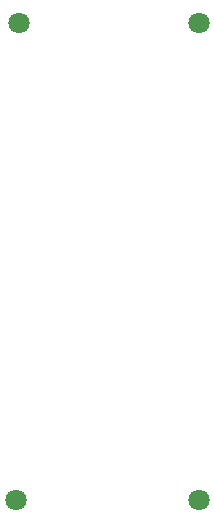
<source format=gbr>
%TF.GenerationSoftware,KiCad,Pcbnew,8.0.7*%
%TF.CreationDate,2024-12-23T22:21:55+05:30*%
%TF.ProjectId,PCB,5043422e-6b69-4636-9164-5f7063625858,rev?*%
%TF.SameCoordinates,Original*%
%TF.FileFunction,NonPlated,1,2,NPTH,Drill*%
%TF.FilePolarity,Positive*%
%FSLAX46Y46*%
G04 Gerber Fmt 4.6, Leading zero omitted, Abs format (unit mm)*
G04 Created by KiCad (PCBNEW 8.0.7) date 2024-12-23 22:21:55*
%MOMM*%
%LPD*%
G01*
G04 APERTURE LIST*
%TA.AperFunction,ComponentDrill*%
%ADD10C,1.800000*%
%TD*%
G04 APERTURE END LIST*
D10*
%TO.C,U1*%
X133006000Y-86260000D03*
X133260000Y-45874000D03*
X148500000Y-45874000D03*
X148500000Y-86260000D03*
M02*

</source>
